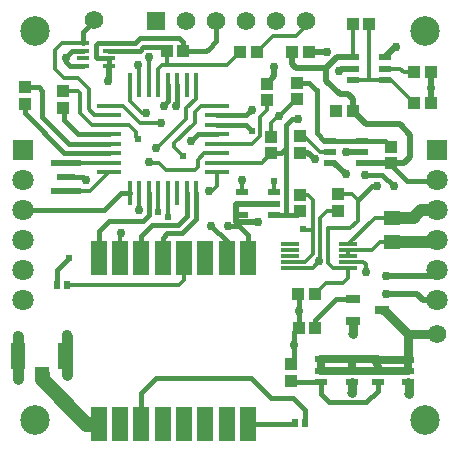
<source format=gtl>
G04 Layer: TopLayer*
G04 EasyEDA v6.3.22, 2020-01-22T11:07:26+01:00*
G04 fe9f39e87b364ab5b5230e9583c1109d,6ac03ef627a24f5ab7c901ca926ad83b,10*
G04 Gerber Generator version 0.2*
G04 Scale: 100 percent, Rotated: No, Reflected: No *
G04 Dimensions in millimeters *
G04 leading zeros omitted , absolute positions ,3 integer and 3 decimal *
%FSLAX33Y33*%
%MOMM*%
G90*
G71D02*

%ADD11C,0.450012*%
%ADD12C,0.399999*%
%ADD13C,0.350012*%
%ADD14C,0.299999*%
%ADD15C,0.999998*%
%ADD16C,1.299997*%
%ADD17C,0.799998*%
%ADD18C,0.899998*%
%ADD19C,0.499999*%
%ADD20C,0.550012*%
%ADD21C,0.699999*%
%ADD22C,0.750011*%
%ADD23C,0.610006*%
%ADD24C,0.900024*%
%ADD25C,0.609600*%
%ADD26R,0.599948X0.649986*%
%ADD27R,2.032000X0.406400*%
%ADD28R,0.406400X2.032000*%
%ADD29R,1.099998X0.999998*%
%ADD30R,0.999998X1.099998*%
%ADD31R,2.499995X0.499999*%
%ADD32R,1.599997X0.499999*%
%ADD33R,1.059993X0.399999*%
%ADD34R,0.999998X0.550012*%
%ADD35R,1.199896X2.199996*%
%ADD36R,1.299997X1.299997*%
%ADD37R,1.549908X0.304800*%
%ADD38R,1.450010X1.160018*%
%ADD39R,1.000760X0.609600*%
%ADD40R,1.250010X0.699999*%
%ADD41R,1.399997X2.999994*%
%ADD42C,1.574800*%
%ADD43C,2.499995*%
%ADD44R,1.574800X1.574800*%
%ADD45C,1.799996*%
%ADD46R,1.799996X1.799996*%

%LPD*%
G54D11*
G01X7519Y36389D02*
G01X7519Y36359D01*
G01X6540Y35380D01*
G01X6540Y34450D01*
G54D12*
G01X8739Y33139D02*
G01X8739Y32490D01*
G01X8739Y34450D02*
G01X7830Y34450D01*
G01X7629Y34249D01*
G01X7629Y33280D01*
G01X7770Y33139D01*
G01X8739Y33139D01*
G54D11*
G01X6540Y32490D02*
G01X5450Y32490D01*
G01X5139Y32800D01*
G01X5139Y33270D01*
G01X5129Y33280D01*
G01X6540Y33800D02*
G01X5650Y33800D01*
G01X5129Y33280D01*
G54D13*
G01X8768Y28327D02*
G01X7523Y28327D01*
G01X7030Y28820D01*
G01X7030Y30560D01*
G01X6103Y31484D01*
G01X4945Y31484D01*
G01X4191Y32239D01*
G01X4191Y33836D01*
G01X4803Y34449D01*
G01X6540Y34449D01*
G54D12*
G01X1500Y20270D02*
G01X8309Y20270D01*
G01X9788Y21748D01*
G01X10546Y21748D01*
G54D14*
G01X29011Y16920D02*
G01X31009Y16920D01*
G01X31699Y17610D01*
G01X31723Y17634D01*
G01X32749Y17634D01*
G01X29011Y17420D02*
G01X31257Y19666D01*
G01X32749Y19666D01*
G54D15*
G01X32749Y19666D02*
G01X34585Y19666D01*
G01X34879Y19960D01*
G01X35189Y20270D01*
G01X36499Y20270D01*
G54D16*
G01X7924Y2229D02*
G01X6840Y2229D01*
G01X3060Y6011D01*
G01X3060Y6399D01*
G54D13*
G01X14159Y32549D02*
G01X13269Y32549D01*
G01X12933Y32213D01*
G01X12933Y30892D01*
G54D17*
G01X29319Y4810D02*
G01X29319Y5740D01*
G01X29310Y5750D01*
G01X34159Y4750D02*
G01X34159Y5660D01*
G01X34100Y5720D01*
G54D18*
G01X1049Y6009D02*
G01X1049Y7938D01*
G01X1061Y7950D01*
G01X1070Y9670D02*
G01X1070Y7959D01*
G01X1061Y7950D01*
G01X5180Y6350D02*
G01X5180Y7831D01*
G01X5061Y7950D01*
G01X5210Y9619D02*
G01X5210Y8098D01*
G01X5061Y7950D01*
G54D12*
G01X29839Y21159D02*
G01X31010Y22330D01*
G01X31469Y22330D01*
G54D14*
G01X29011Y15419D02*
G01X27749Y15419D01*
G01X27320Y15851D01*
G01X27320Y17629D01*
G01X27329Y17620D01*
G01X27320Y17619D01*
G54D19*
G01X29430Y32270D02*
G01X29430Y32269D01*
G01X28519Y32269D01*
G01X28409Y32269D01*
G01X28199Y32059D01*
G01X28829Y25230D02*
G01X28839Y25239D01*
G01X30149Y25239D01*
G01X36010Y29360D02*
G01X36039Y29389D01*
G01X36039Y30650D01*
G01X36020Y32000D02*
G01X36039Y31980D01*
G01X36039Y30650D01*
G01X25670Y33710D02*
G01X25680Y33719D01*
G01X27229Y33719D01*
G01X22109Y31009D02*
G01X22749Y31649D01*
G01X22749Y32410D01*
G01X26169Y24620D02*
G01X25650Y25139D01*
G01X24969Y25139D01*
G01X21391Y19285D02*
G01X19489Y19285D01*
G01X19489Y20809D01*
G01X21358Y20809D01*
G54D14*
G01X29011Y15919D02*
G01X30299Y15919D01*
G01X30500Y15698D01*
G01X30500Y15030D01*
G54D11*
G01X30449Y23279D02*
G01X31889Y23279D01*
G01X32869Y22300D01*
G54D20*
G01X32179Y13200D02*
G01X32189Y13190D01*
G01X34819Y13190D01*
G01X35359Y12650D01*
G01X36500Y12650D01*
G54D11*
G01X24830Y10350D02*
G01X24830Y11699D01*
G01X24809Y11720D01*
G01X24799Y13190D02*
G01X24809Y13179D01*
G01X24809Y11720D01*
G54D20*
G01X32189Y14760D02*
G01X36070Y14760D01*
G01X36500Y15190D01*
G54D11*
G01X24830Y10350D02*
G01X24459Y9979D01*
G01X24459Y8840D01*
G54D14*
G01X24649Y29699D02*
G01X23199Y28249D01*
G01X23139Y28249D01*
G01X22499Y26509D02*
G01X22489Y26519D01*
G01X22489Y27700D01*
G01X23039Y28249D01*
G01X23139Y28249D01*
G54D12*
G01X17911Y26726D02*
G01X16286Y26726D01*
G01X15719Y26160D01*
G01X5110Y23120D02*
G01X6340Y23120D01*
G01X6540Y23120D01*
G01X6830Y22830D01*
G54D14*
G01X26040Y18630D02*
G01X25259Y18630D01*
G01X25219Y18670D01*
G54D12*
G01X24759Y28040D02*
G01X24259Y28040D01*
G01X23749Y27530D01*
G01X23749Y25548D01*
G01X23309Y25109D01*
G01X22499Y25109D01*
G54D19*
G01X8679Y31240D02*
G01X8739Y31299D01*
G01X8739Y32489D01*
G01X28789Y23329D02*
G01X27829Y24290D01*
G01X27449Y24290D01*
G54D14*
G01X27320Y17619D02*
G01X27320Y18749D01*
G01X29202Y18749D01*
G01X29839Y19391D01*
G01X29839Y21159D01*
G01X29349Y21650D01*
G01X28694Y21650D01*
G01X22739Y22789D02*
G01X22739Y21819D01*
G01X22719Y21800D01*
G01X20009Y22850D02*
G01X20020Y22839D01*
G01X20020Y21800D01*
G54D12*
G01X17911Y27513D02*
G01X20376Y27513D01*
G01X20860Y27029D01*
G01X17911Y28326D02*
G01X20396Y28326D01*
G01X20830Y28759D01*
G01X14533Y30892D02*
G01X14510Y30868D01*
G01X14510Y29640D01*
G01X14510Y29199D01*
G01X14400Y29089D01*
G01X13746Y30892D02*
G01X13740Y30885D01*
G01X13740Y29550D01*
G01X13400Y29210D01*
G01X13400Y29100D01*
G54D14*
G01X8767Y29114D02*
G01X9965Y29114D01*
G01X11400Y27679D01*
G01X11333Y30892D02*
G01X11329Y30895D01*
G01X11329Y32170D01*
G01X11329Y32530D01*
G01X11260Y32599D01*
G01X12146Y30892D02*
G01X12150Y30895D01*
G01X12150Y32260D01*
G01X12150Y33229D01*
G01X12150Y33229D01*
G54D12*
G01X15039Y33730D02*
G01X15039Y34560D01*
G01X15039Y34570D01*
G01X14729Y34880D01*
G01X11409Y34880D01*
G01X10978Y34450D01*
G01X8739Y34450D01*
G54D17*
G01X29410Y10870D02*
G01X29429Y10850D01*
G01X29429Y9770D01*
G54D14*
G01X11400Y27680D02*
G01X11409Y27670D01*
G01X13130Y27670D01*
G54D12*
G01X18714Y16230D02*
G01X18714Y17665D01*
G01X17439Y18940D01*
G54D14*
G01X17190Y21919D02*
G01X17523Y21914D01*
G01X17912Y22302D01*
G01X17912Y23527D01*
G54D12*
G01X23749Y25548D02*
G01X23749Y25548D01*
G01X23749Y19900D01*
G54D14*
G01X9759Y18340D02*
G01X9714Y18294D01*
G01X9714Y16230D01*
G01X13759Y19700D02*
G01X13759Y21734D01*
G01X13746Y21748D01*
G01X12933Y21748D02*
G01X12933Y20153D01*
G01X12929Y20149D01*
G01X11320Y20270D02*
G01X11320Y21734D01*
G01X11333Y21748D01*
G54D17*
G01X34100Y7620D02*
G01X34106Y7625D01*
G01X34106Y9781D01*
G54D11*
G01X29410Y12769D02*
G01X27969Y12769D01*
G01X26230Y11030D01*
G01X26230Y10350D01*
G54D14*
G01X26200Y13189D02*
G01X27129Y14118D01*
G01X28569Y14118D01*
G01X29011Y14560D01*
G01X29011Y15419D01*
G54D21*
G01X29310Y6700D02*
G01X31469Y6700D01*
G01X31499Y6670D01*
G01X29310Y7650D02*
G01X31469Y7650D01*
G01X31499Y7620D01*
G54D17*
G01X36520Y9790D02*
G01X34107Y9783D01*
G01X32105Y11784D01*
G01X31910Y11820D01*
G54D11*
G01X26708Y5749D02*
G01X26708Y4690D01*
G01X27388Y4009D01*
G01X30490Y4009D01*
G01X31498Y5020D01*
G01X31498Y5719D01*
G01X24159Y7269D02*
G01X24459Y7569D01*
G01X24459Y8840D01*
G54D21*
G01X26709Y7650D02*
G01X26709Y7650D01*
G01X26708Y6699D01*
G01X29310Y7650D02*
G01X29310Y6909D01*
G01X29310Y6700D01*
G01X26709Y6700D02*
G01X29310Y6700D01*
G01X29310Y6700D01*
G01X26709Y7650D02*
G01X29310Y7650D01*
G01X29310Y7650D01*
G01X31189Y6670D02*
G01X31189Y6670D01*
G01X34100Y6670D01*
G01X31189Y7620D02*
G01X31189Y7620D01*
G01X34100Y7620D01*
G01X34100Y7620D02*
G01X34100Y6980D01*
G01X34100Y6670D01*
G01X31188Y7619D02*
G01X31480Y7619D01*
G01X31498Y6669D01*
G54D13*
G01X19890Y33689D02*
G01X18750Y32549D01*
G01X13639Y32549D01*
G01X13639Y33730D01*
G54D12*
G01X8740Y33801D02*
G01X11358Y33801D01*
G01X11678Y34118D01*
G01X13251Y34118D01*
G01X13639Y33730D01*
G01X15040Y33730D02*
G01X17009Y33730D01*
G01X17199Y33919D01*
G01X17859Y34580D01*
G01X17859Y36340D01*
G54D14*
G01X21290Y33689D02*
G01X22610Y35010D01*
G01X24609Y35010D01*
G01X25479Y35880D01*
G01X25479Y36340D01*
G54D12*
G01X24649Y31099D02*
G01X25720Y31099D01*
G01X26329Y30490D01*
G01X26339Y30480D01*
G01X26339Y26800D01*
G01X26950Y26189D01*
G01X27449Y26189D01*
G54D14*
G01X24969Y26540D02*
G01X25299Y26540D01*
G01X26539Y25300D01*
G01X26600Y25239D01*
G01X27449Y25239D01*
G54D19*
G01X29420Y28670D02*
G01X30540Y27550D01*
G01X33401Y27550D01*
G01X34259Y26689D01*
G01X34259Y24769D01*
G01X33738Y24250D01*
G01X32659Y24250D01*
G54D12*
G01X30149Y26189D02*
G01X27449Y26189D01*
G54D19*
G01X24269Y33709D02*
G01X24259Y32640D01*
G01X24579Y32320D01*
G01X27160Y32320D01*
G01X28059Y33219D01*
G01X29430Y33219D01*
G01X32659Y24249D02*
G01X32619Y24290D01*
G01X30149Y24290D01*
G54D11*
G01X36500Y22810D02*
G01X36490Y22800D01*
G01X33969Y22800D01*
G01X32659Y24110D01*
G01X32659Y24249D01*
G54D12*
G01X30149Y26189D02*
G01X32119Y26189D01*
G01X32659Y25649D01*
G01X22720Y19900D02*
G01X24649Y19900D01*
G01X24949Y20200D01*
G54D14*
G01X29011Y16420D02*
G01X29011Y16919D01*
G54D15*
G01X32749Y17634D02*
G01X36499Y17634D01*
G01X36499Y17730D01*
G54D12*
G01X20513Y16230D02*
G01X20509Y18180D01*
G01X19749Y18940D01*
G01X18849Y18940D01*
G01X18839Y18950D01*
G54D14*
G01X30779Y31320D02*
G01X30789Y31331D01*
G01X30789Y34159D01*
G01X30789Y36039D01*
G01X30799Y36049D01*
G01X34610Y29360D02*
G01X32649Y31320D01*
G01X32129Y31320D01*
G01X32129Y32270D02*
G01X32129Y32270D01*
G01X33429Y32270D01*
G01X33699Y32000D01*
G01X34619Y32000D01*
G01X29399Y36049D02*
G01X29399Y33250D01*
G01X29430Y33220D01*
G54D19*
G01X27169Y32320D02*
G01X27170Y32320D01*
G01X27170Y31266D01*
G01X28321Y30120D01*
G01X29029Y30120D01*
G01X29420Y29729D01*
G01X29420Y28670D01*
G54D14*
G01X29430Y31320D02*
G01X32129Y31320D01*
G01X26040Y18630D02*
G01X26040Y21159D01*
G01X25600Y21599D01*
G01X24950Y21599D01*
G01X24109Y15919D02*
G01X25379Y15919D01*
G01X26040Y16580D01*
G01X26040Y18630D01*
G01X17911Y24313D02*
G01X21703Y24313D01*
G01X22500Y25110D01*
G01X26539Y15959D02*
G01X26000Y15420D01*
G01X24108Y15420D01*
G54D13*
G01X26540Y15960D02*
G01X26619Y16054D01*
G01X26619Y19610D01*
G01X27259Y20250D01*
G01X28140Y20250D01*
G54D12*
G01X16134Y21749D02*
G01X16134Y19513D01*
G01X14958Y18340D01*
G01X13698Y18340D01*
G01X13314Y17951D01*
G01X13314Y16229D01*
G01X15346Y21749D02*
G01X15346Y19785D01*
G01X14579Y19021D01*
G01X12400Y19021D01*
G01X11513Y18134D01*
G01X11513Y16229D01*
G54D14*
G01X8768Y27514D02*
G01X7297Y27514D01*
G01X6329Y28480D01*
G01X6329Y30220D01*
G01X6169Y30380D01*
G01X4890Y30380D01*
G54D12*
G01X8768Y25914D02*
G01X5405Y25914D01*
G01X3129Y28190D01*
G01X3129Y30420D01*
G01X2829Y30720D01*
G01X1620Y30720D01*
G01X8767Y26726D02*
G01X6103Y26726D01*
G01X4929Y27900D01*
G01X4929Y28959D01*
G54D14*
G01X8767Y24313D02*
G01X8762Y24318D01*
G01X5109Y24318D01*
G01X8767Y23526D02*
G01X7162Y21921D01*
G01X5109Y21921D01*
G54D12*
G01X8768Y25127D02*
G01X4973Y25127D01*
G01X1620Y28480D01*
G01X1620Y29320D01*
G01X12146Y21749D02*
G01X12146Y19897D01*
G01X11630Y19379D01*
G01X8798Y19379D01*
G01X7914Y18495D01*
G01X7914Y16229D01*
G54D19*
G01X20020Y20850D02*
G01X20010Y20809D01*
G01X22679Y20809D01*
G01X22720Y20849D01*
G54D14*
G01X10546Y30893D02*
G01X10546Y29534D01*
G01X11529Y28548D01*
G01X11889Y28548D01*
G01X17912Y25914D02*
G01X20894Y25914D01*
G01X21518Y26539D01*
G01X21518Y28208D01*
G01X22110Y28800D01*
G01X22110Y29610D01*
G54D19*
G01X32130Y33220D02*
G01X33019Y34109D01*
G01X33049Y34109D01*
G54D11*
G01X26709Y5750D02*
G01X25309Y5750D01*
G01X24279Y5750D01*
G01X24159Y5870D01*
G01X24503Y2279D02*
G01X24452Y2229D01*
G01X20514Y2229D01*
G01X25351Y2279D02*
G01X25351Y3387D01*
G01X24350Y4390D01*
G01X22461Y4390D01*
G01X20779Y6069D01*
G01X12740Y6069D01*
G01X11513Y4845D01*
G01X11513Y2229D01*
G01X4323Y13970D02*
G01X4323Y15213D01*
G01X5369Y16260D01*
G54D14*
G01X17912Y25127D02*
G01X16817Y25127D01*
G01X16319Y24535D01*
G01X16319Y23941D01*
G01X16050Y23669D01*
G01X13619Y23669D01*
G01X13030Y24261D01*
G01X12120Y24261D01*
G01X12120Y24360D01*
G54D13*
G01X16134Y30893D02*
G01X16134Y29734D01*
G01X15318Y28919D01*
G01X15318Y28038D01*
G01X12800Y25519D01*
G01X12780Y25519D01*
G01X17912Y29114D02*
G01X16553Y29114D01*
G01X16019Y28580D01*
G01X16019Y27689D01*
G01X14279Y25950D01*
G01X14279Y25660D01*
G01X15059Y24880D01*
G01X5171Y13970D02*
G01X14689Y13970D01*
G01X15114Y14394D01*
G01X15114Y16229D01*
G01X8768Y27514D02*
G01X10467Y27514D01*
G01X11051Y26928D01*
G01X11051Y26448D01*
G01X11189Y26310D01*
G54D26*
G01X5171Y13970D03*
G01X4323Y13970D03*
G01X25351Y2279D03*
G01X24503Y2279D03*
G54D27*
G01X8768Y29114D03*
G01X8768Y28326D03*
G01X8768Y27513D03*
G01X8768Y26726D03*
G01X8768Y25913D03*
G01X8768Y25126D03*
G01X8768Y24313D03*
G01X8768Y23526D03*
G54D28*
G01X10546Y21748D03*
G01X11333Y21748D03*
G01X12146Y21748D03*
G01X12933Y21748D03*
G01X13746Y21748D03*
G01X14533Y21748D03*
G01X15346Y21748D03*
G01X16134Y21748D03*
G54D27*
G01X17912Y23526D03*
G01X17912Y24313D03*
G01X17912Y25126D03*
G01X17912Y25913D03*
G01X17912Y26726D03*
G01X17912Y27513D03*
G01X17912Y28326D03*
G01X17912Y29114D03*
G54D28*
G01X16134Y30892D03*
G01X15346Y30892D03*
G01X14533Y30892D03*
G01X13746Y30892D03*
G01X12933Y30892D03*
G01X12146Y30892D03*
G01X11333Y30892D03*
G01X10546Y30892D03*
G54D29*
G01X22499Y26510D03*
G01X22499Y25110D03*
G01X1620Y30720D03*
G01X1620Y29320D03*
G01X4910Y30350D03*
G01X4910Y28949D03*
G01X22109Y31009D03*
G01X22109Y29610D03*
G54D30*
G01X24830Y10350D03*
G01X26230Y10350D03*
G54D31*
G01X5109Y21921D03*
G54D32*
G01X5109Y23119D03*
G54D31*
G01X5109Y24318D03*
G54D33*
G01X6539Y34450D03*
G01X6539Y33800D03*
G01X6539Y33139D03*
G01X6539Y32489D03*
G01X8739Y32489D03*
G01X8739Y33139D03*
G01X8739Y33800D03*
G01X8739Y34450D03*
G54D30*
G01X13640Y33730D03*
G01X15040Y33730D03*
G54D34*
G01X20020Y21800D03*
G01X20020Y20850D03*
G01X20020Y19900D03*
G01X22719Y19900D03*
G01X22719Y21800D03*
G01X22719Y20850D03*
G54D35*
G01X1060Y7950D03*
G54D36*
G01X3059Y6400D03*
G54D35*
G01X5061Y7950D03*
G54D30*
G01X19889Y33689D03*
G01X21290Y33689D03*
G54D34*
G01X30149Y24290D03*
G01X30149Y25240D03*
G01X30149Y26190D03*
G01X27450Y26190D03*
G01X27450Y24290D03*
G01X27450Y25240D03*
G54D30*
G01X29420Y28670D03*
G01X28020Y28670D03*
G54D29*
G01X32659Y25650D03*
G01X32659Y24249D03*
G01X24649Y31100D03*
G01X24649Y29700D03*
G54D37*
G01X24108Y17419D03*
G01X24108Y16920D03*
G01X24108Y16419D03*
G01X24108Y15920D03*
G01X24108Y15419D03*
G01X29011Y15419D03*
G01X29011Y15920D03*
G01X29011Y16419D03*
G01X29011Y16920D03*
G01X29011Y17419D03*
G54D38*
G01X32749Y19666D03*
G01X32749Y17634D03*
G54D30*
G01X26199Y13190D03*
G01X24800Y13190D03*
G54D29*
G01X24969Y26540D03*
G01X24969Y25139D03*
G54D34*
G01X29429Y33219D03*
G01X29429Y32270D03*
G01X29429Y31320D03*
G01X32129Y31320D03*
G01X32129Y33219D03*
G01X32129Y32270D03*
G54D30*
G01X24269Y33709D03*
G01X25670Y33709D03*
G01X30800Y36050D03*
G01X29399Y36050D03*
G01X34610Y29359D03*
G01X36009Y29359D03*
G01X34619Y32000D03*
G01X36019Y32000D03*
G54D39*
G01X31499Y7620D03*
G01X31499Y6670D03*
G01X31499Y5720D03*
G01X34100Y5720D03*
G01X34100Y6670D03*
G01X34100Y7620D03*
G54D40*
G01X31909Y11819D03*
G01X29410Y10870D03*
G01X29410Y12769D03*
G54D29*
G01X24159Y7270D03*
G01X24159Y5870D03*
G54D39*
G01X26709Y7650D03*
G01X26709Y6700D03*
G01X26709Y5750D03*
G01X29310Y5750D03*
G01X29310Y6700D03*
G01X29310Y7650D03*
G54D29*
G01X28139Y21650D03*
G01X28139Y20249D03*
G01X24949Y20199D03*
G01X24949Y21599D03*
G54D41*
G01X7914Y2229D03*
G01X9714Y2229D03*
G01X11514Y2229D03*
G01X13314Y2229D03*
G01X15114Y2229D03*
G01X16914Y2229D03*
G01X18714Y2229D03*
G01X20514Y2229D03*
G01X7914Y16229D03*
G01X9714Y16229D03*
G01X11514Y16229D03*
G01X13314Y16229D03*
G01X15114Y16229D03*
G01X16914Y16229D03*
G01X18714Y16229D03*
G01X20514Y16229D03*
G54D42*
G01X36519Y9789D03*
G54D43*
G01X2500Y35499D03*
G01X35500Y35499D03*
G01X35500Y2499D03*
G01X2500Y2499D03*
G54D42*
G01X7519Y36389D03*
G01X25480Y36340D03*
G01X22940Y36340D03*
G01X20400Y36340D03*
G01X17860Y36340D03*
G01X15320Y36340D03*
G54D44*
G01X12780Y36340D03*
G54D45*
G01X1500Y12650D03*
G01X1500Y15190D03*
G01X1500Y17730D03*
G01X1500Y20270D03*
G01X1500Y22810D03*
G54D46*
G01X1500Y25350D03*
G54D45*
G01X36500Y12650D03*
G01X36500Y15190D03*
G01X36500Y17730D03*
G01X36500Y20270D03*
G01X36500Y22810D03*
G54D46*
G01X36500Y25350D03*
G54D22*
G01X17189Y21920D03*
G54D23*
G01X13759Y19700D03*
G01X12929Y20149D03*
G54D22*
G01X11320Y20270D03*
G01X16949Y16230D03*
G01X17439Y18940D03*
G01X18839Y18950D03*
G01X24159Y5870D03*
G01X26278Y10349D03*
G01X9759Y18340D03*
G01X20830Y28759D03*
G54D23*
G01X20860Y27029D03*
G54D22*
G01X12119Y24359D03*
G01X12780Y25519D03*
G01X11260Y32599D03*
G01X12150Y33229D03*
G01X11889Y28549D03*
G01X13130Y27670D03*
G01X14400Y29089D03*
G01X13400Y29100D03*
G54D23*
G01X22739Y22789D03*
G54D22*
G01X20009Y22849D03*
G01X32189Y14760D03*
G01X32180Y13199D03*
G01X28789Y23329D03*
G54D17*
G01X20509Y2229D03*
G54D22*
G01X33049Y34109D03*
G01X8679Y31240D03*
G01X1620Y29320D03*
G01X4929Y28959D03*
G01X24759Y28039D03*
G01X26539Y15959D03*
G54D23*
G01X25219Y18670D03*
G54D22*
G01X6830Y22830D03*
G01X1620Y30720D03*
G01X4890Y30380D03*
G01X5089Y33169D03*
G01X15720Y26160D03*
G01X23139Y28249D03*
G01X27990Y28659D03*
G01X36040Y30650D03*
G01X28830Y25229D03*
G01X21391Y19285D03*
G01X24809Y11720D03*
G54D17*
G01X29429Y9769D03*
G01X29319Y4810D03*
G01X34159Y4750D03*
G54D22*
G01X24459Y8840D03*
G01X30499Y15030D03*
G01X26169Y24620D03*
G01X22750Y32409D03*
G01X27230Y33720D03*
G01X28199Y32059D03*
G01X31469Y22329D03*
G54D17*
G01X18759Y2180D03*
G01X15120Y2270D03*
G01X13340Y2260D03*
G01X9739Y2290D03*
G54D24*
G01X1070Y9670D03*
G01X1050Y6009D03*
G01X5180Y6350D03*
G01X5210Y9700D03*
G54D22*
G01X30450Y23279D03*
G01X32869Y22300D03*
G54D25*
G01X5370Y16260D03*
G01X15059Y24880D03*
G01X11189Y26310D03*
M00*
M02*

</source>
